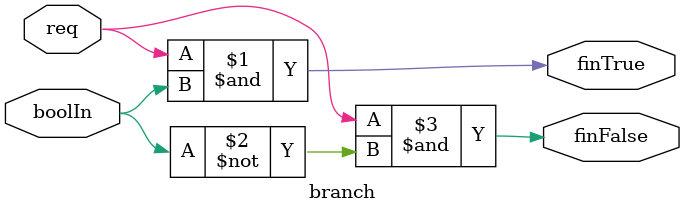
<source format=v>
module branch(	// file.cleaned.mlir:2:3
  input  req,	// file.cleaned.mlir:2:24
         boolIn,	// file.cleaned.mlir:2:38
  output finTrue,	// file.cleaned.mlir:2:56
         finFalse	// file.cleaned.mlir:2:74
);

  assign finTrue = req & boolIn;	// file.cleaned.mlir:4:10, :7:5
  assign finFalse = req & ~boolIn;	// file.cleaned.mlir:5:10, :6:10, :7:5
endmodule


</source>
